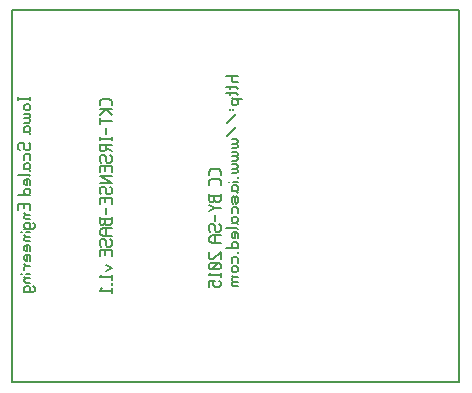
<source format=gbr>
G04 start of page 10 for group -4078 idx -4078 *
G04 Title: (unknown), bottomsilk *
G04 Creator: pcb 20140316 *
G04 CreationDate: Tue 10 May 2016 09:14:39 AM GMT UTC *
G04 For: ndholmes *
G04 Format: Gerber/RS-274X *
G04 PCB-Dimensions (mil): 1500.00 1250.00 *
G04 PCB-Coordinate-Origin: lower left *
%MOIN*%
%FSLAX25Y25*%
%LNBOTTOMSILK*%
%ADD84C,0.0060*%
%ADD83C,0.0080*%
G54D83*X500Y500D02*X149500D01*
Y124500D01*
X500D01*
Y500D01*
G54D84*X71563Y102594D02*X75563D01*
X74063D02*X73563Y102094D01*
Y101094D02*Y102094D01*
Y101094D02*X74063Y100594D01*
X75563D01*
X71563Y98894D02*X75063D01*
X75563Y98394D01*
X73063D02*Y99394D01*
X71563Y96894D02*X75063D01*
X75563Y96394D01*
X73063D02*Y97394D01*
X74063Y94894D02*X77063D01*
X73563Y95394D02*X74063Y94894D01*
X73563Y94394D01*
Y93394D02*Y94394D01*
Y93394D02*X74063Y92894D01*
X75063D01*
X75563Y93394D02*X75063Y92894D01*
X75563Y93394D02*Y94394D01*
X75063Y94894D02*X75563Y94394D01*
X73063Y91194D02*Y91694D01*
X74063Y91194D02*Y91694D01*
X75063Y89994D02*X72063Y86994D01*
X75063Y85794D02*X72063Y82794D01*
X73563Y81594D02*X75063D01*
X75563Y81094D01*
Y80594D02*Y81094D01*
Y80594D02*X75063Y80094D01*
X73563D02*X75063D01*
X75563Y79594D01*
Y79094D02*Y79594D01*
Y79094D02*X75063Y78594D01*
X73563D02*X75063D01*
X73563Y77394D02*X75063D01*
X75563Y76894D01*
Y76394D02*Y76894D01*
Y76394D02*X75063Y75894D01*
X73563D02*X75063D01*
X75563Y75394D01*
Y74894D02*Y75394D01*
Y74894D02*X75063Y74394D01*
X73563D02*X75063D01*
X73563Y73194D02*X75063D01*
X75563Y72694D01*
Y72194D02*Y72694D01*
Y72194D02*X75063Y71694D01*
X73563D02*X75063D01*
X75563Y71194D01*
Y70694D02*Y71194D01*
Y70694D02*X75063Y70194D01*
X73563D02*X75063D01*
X75563Y68494D02*Y68994D01*
X72563Y67294D02*X72663D01*
X74063D02*X75563D01*
X73563Y64794D02*X74063Y64294D01*
X73563Y64794D02*Y65794D01*
X74063Y66294D02*X73563Y65794D01*
X74063Y66294D02*X75063D01*
X75563Y65794D01*
X73563Y64294D02*X75063D01*
X75563Y63794D01*
Y64794D02*Y65794D01*
Y64794D02*X75063Y64294D01*
X75563Y60594D02*Y62094D01*
Y60594D02*X75063Y60094D01*
X74563Y60594D02*X75063Y60094D01*
X74563Y60594D02*Y62094D01*
X74063Y62594D02*X74563Y62094D01*
X74063Y62594D02*X73563Y62094D01*
Y60594D02*Y62094D01*
Y60594D02*X74063Y60094D01*
X75063Y62594D02*X75563Y62094D01*
X73563Y56894D02*Y58394D01*
X74063Y58894D02*X73563Y58394D01*
X74063Y58894D02*X75063D01*
X75563Y58394D01*
Y56894D02*Y58394D01*
X73563Y54194D02*X74063Y53694D01*
X73563Y54194D02*Y55194D01*
X74063Y55694D02*X73563Y55194D01*
X74063Y55694D02*X75063D01*
X75563Y55194D01*
X73563Y53694D02*X75063D01*
X75563Y53194D01*
Y54194D02*Y55194D01*
Y54194D02*X75063Y53694D01*
X71563Y51994D02*X75063D01*
X75563Y51494D01*
Y48494D02*Y49994D01*
X75063Y50494D02*X75563Y49994D01*
X74063Y50494D02*X75063D01*
X74063D02*X73563Y49994D01*
Y48994D02*Y49994D01*
Y48994D02*X74063Y48494D01*
X74563D02*Y50494D01*
X74063Y48494D02*X74563D01*
X71563Y45294D02*X75563D01*
Y45794D02*X75063Y45294D01*
X75563Y45794D02*Y46794D01*
X75063Y47294D02*X75563Y46794D01*
X74063Y47294D02*X75063D01*
X74063D02*X73563Y46794D01*
Y45794D02*Y46794D01*
Y45794D02*X74063Y45294D01*
X75563Y43594D02*Y44094D01*
X73563Y40394D02*Y41894D01*
X74063Y42394D02*X73563Y41894D01*
X74063Y42394D02*X75063D01*
X75563Y41894D01*
Y40394D02*Y41894D01*
X74063Y39194D02*X75063D01*
X74063D02*X73563Y38694D01*
Y37694D02*Y38694D01*
Y37694D02*X74063Y37194D01*
X75063D01*
X75563Y37694D02*X75063Y37194D01*
X75563Y37694D02*Y38694D01*
X75063Y39194D02*X75563Y38694D01*
X74063Y35494D02*X75563D01*
X74063D02*X73563Y34994D01*
Y34494D02*Y34994D01*
Y34494D02*X74063Y33994D01*
X75563D01*
X74063D02*X73563Y33494D01*
Y32994D02*Y33494D01*
Y32994D02*X74063Y32494D01*
X75563D01*
X73563Y35994D02*X74063Y35494D01*
X69921Y69500D02*Y70800D01*
X69221Y71500D02*X69921Y70800D01*
X66621Y71500D02*X69221D01*
X66621D02*X65921Y70800D01*
Y69500D02*Y70800D01*
X69921Y66300D02*Y67600D01*
X69221Y68300D02*X69921Y67600D01*
X66621Y68300D02*X69221D01*
X66621D02*X65921Y67600D01*
Y66300D02*Y67600D01*
X69921Y61300D02*Y63300D01*
Y61300D02*X69421Y60800D01*
X68221D02*X69421D01*
X67721Y61300D02*X68221Y60800D01*
X67721Y61300D02*Y62800D01*
X65921D02*X69921D01*
X65921Y61300D02*Y63300D01*
Y61300D02*X66421Y60800D01*
X67221D01*
X67721Y61300D02*X67221Y60800D01*
X65921Y59600D02*X67921Y58600D01*
X65921Y57600D01*
X67921Y58600D02*X69921D01*
X67921Y54400D02*Y56400D01*
X65921Y51200D02*X66421Y50700D01*
X65921Y51200D02*Y52700D01*
X66421Y53200D02*X65921Y52700D01*
X66421Y53200D02*X67421D01*
X67921Y52700D01*
Y51200D02*Y52700D01*
Y51200D02*X68421Y50700D01*
X69421D01*
X69921Y51200D02*X69421Y50700D01*
X69921Y51200D02*Y52700D01*
X69421Y53200D02*X69921Y52700D01*
X66921Y49500D02*X69921D01*
X66921D02*X65921Y48800D01*
Y47700D02*Y48800D01*
Y47700D02*X66921Y47000D01*
X69921D01*
X67921D02*Y49500D01*
X66421Y44000D02*X65921Y43500D01*
Y42000D02*Y43500D01*
Y42000D02*X66421Y41500D01*
X67421D01*
X69921Y44000D02*X67421Y41500D01*
X69921D02*Y44000D01*
X69421Y40300D02*X69921Y39800D01*
X66421Y40300D02*X69421D01*
X66421D02*X65921Y39800D01*
Y38800D02*Y39800D01*
Y38800D02*X66421Y38300D01*
X69421D01*
X69921Y38800D02*X69421Y38300D01*
X69921Y38800D02*Y39800D01*
X68921Y40300D02*X66921Y38300D01*
X66721Y37100D02*X65921Y36300D01*
X69921D01*
Y35600D02*Y37100D01*
X65921Y32400D02*Y34400D01*
X67921D01*
X67421Y33900D01*
Y32900D02*Y33900D01*
Y32900D02*X67921Y32400D01*
X69421D01*
X69921Y32900D02*X69421Y32400D01*
X69921Y32900D02*Y33900D01*
X69421Y34400D02*X69921Y33900D01*
X2500Y94500D02*Y95500D01*
Y95000D02*X6500D01*
Y94500D02*Y95500D01*
X5000Y93300D02*X6000D01*
X5000D02*X4500Y92800D01*
Y91800D02*Y92800D01*
Y91800D02*X5000Y91300D01*
X6000D01*
X6500Y91800D02*X6000Y91300D01*
X6500Y91800D02*Y92800D01*
X6000Y93300D02*X6500Y92800D01*
X4500Y90100D02*X6000D01*
X6500Y89600D01*
Y89100D02*Y89600D01*
Y89100D02*X6000Y88600D01*
X4500D02*X6000D01*
X6500Y88100D01*
Y87600D02*Y88100D01*
Y87600D02*X6000Y87100D01*
X4500D02*X6000D01*
X4500Y84400D02*X5000Y83900D01*
X4500Y84400D02*Y85400D01*
X5000Y85900D02*X4500Y85400D01*
X5000Y85900D02*X6000D01*
X6500Y85400D01*
X4500Y83900D02*X6000D01*
X6500Y83400D01*
Y84400D02*Y85400D01*
Y84400D02*X6000Y83900D01*
X2500Y78400D02*X3000Y77900D01*
X2500Y78400D02*Y79900D01*
X3000Y80400D02*X2500Y79900D01*
X3000Y80400D02*X4000D01*
X4500Y79900D01*
Y78400D02*Y79900D01*
Y78400D02*X5000Y77900D01*
X6000D01*
X6500Y78400D02*X6000Y77900D01*
X6500Y78400D02*Y79900D01*
X6000Y80400D02*X6500Y79900D01*
X4500Y74700D02*Y76200D01*
X5000Y76700D02*X4500Y76200D01*
X5000Y76700D02*X6000D01*
X6500Y76200D01*
Y74700D02*Y76200D01*
X4500Y72000D02*X5000Y71500D01*
X4500Y72000D02*Y73000D01*
X5000Y73500D02*X4500Y73000D01*
X5000Y73500D02*X6000D01*
X6500Y73000D01*
X4500Y71500D02*X6000D01*
X6500Y71000D01*
Y72000D02*Y73000D01*
Y72000D02*X6000Y71500D01*
X2500Y69800D02*X6000D01*
X6500Y69300D01*
Y66300D02*Y67800D01*
X6000Y68300D02*X6500Y67800D01*
X5000Y68300D02*X6000D01*
X5000D02*X4500Y67800D01*
Y66800D02*Y67800D01*
Y66800D02*X5000Y66300D01*
X5500D02*Y68300D01*
X5000Y66300D02*X5500D01*
X2500Y63100D02*X6500D01*
Y63600D02*X6000Y63100D01*
X6500Y63600D02*Y64600D01*
X6000Y65100D02*X6500Y64600D01*
X5000Y65100D02*X6000D01*
X5000D02*X4500Y64600D01*
Y63600D02*Y64600D01*
Y63600D02*X5000Y63100D01*
X4300Y58600D02*Y60100D01*
X6500Y58100D02*Y60100D01*
X2500D02*X6500D01*
X2500Y58100D02*Y60100D01*
X5000Y56400D02*X6500D01*
X5000D02*X4500Y55900D01*
Y55400D02*Y55900D01*
Y55400D02*X5000Y54900D01*
X6500D01*
X4500Y56900D02*X5000Y56400D01*
X4500Y52200D02*X5000Y51700D01*
X4500Y52200D02*Y53200D01*
X5000Y53700D02*X4500Y53200D01*
X5000Y53700D02*X6000D01*
X6500Y53200D01*
Y52200D02*Y53200D01*
Y52200D02*X6000Y51700D01*
X7500Y53700D02*X8000Y53200D01*
Y52200D02*Y53200D01*
Y52200D02*X7500Y51700D01*
X4500D02*X7500D01*
X3500Y50500D02*X3600D01*
X5000D02*X6500D01*
X5000Y49000D02*X6500D01*
X5000D02*X4500Y48500D01*
Y48000D02*Y48500D01*
Y48000D02*X5000Y47500D01*
X6500D01*
X4500Y49500D02*X5000Y49000D01*
X6500Y44300D02*Y45800D01*
X6000Y46300D02*X6500Y45800D01*
X5000Y46300D02*X6000D01*
X5000D02*X4500Y45800D01*
Y44800D02*Y45800D01*
Y44800D02*X5000Y44300D01*
X5500D02*Y46300D01*
X5000Y44300D02*X5500D01*
X6500Y41100D02*Y42600D01*
X6000Y43100D02*X6500Y42600D01*
X5000Y43100D02*X6000D01*
X5000D02*X4500Y42600D01*
Y41600D02*Y42600D01*
Y41600D02*X5000Y41100D01*
X5500D02*Y43100D01*
X5000Y41100D02*X5500D01*
X5000Y39400D02*X6500D01*
X5000D02*X4500Y38900D01*
Y37900D02*Y38900D01*
Y39900D02*X5000Y39400D01*
X3500Y36700D02*X3600D01*
X5000D02*X6500D01*
X5000Y35200D02*X6500D01*
X5000D02*X4500Y34700D01*
Y34200D02*Y34700D01*
Y34200D02*X5000Y33700D01*
X6500D01*
X4500Y35700D02*X5000Y35200D01*
X4500Y31000D02*X5000Y30500D01*
X4500Y31000D02*Y32000D01*
X5000Y32500D02*X4500Y32000D01*
X5000Y32500D02*X6000D01*
X6500Y32000D01*
Y31000D02*Y32000D01*
Y31000D02*X6000Y30500D01*
X7500Y32500D02*X8000Y32000D01*
Y31000D02*Y32000D01*
Y31000D02*X7500Y30500D01*
X4500D02*X7500D01*
X33532Y92999D02*Y94299D01*
X32832Y94999D02*X33532Y94299D01*
X30232Y94999D02*X32832D01*
X30232D02*X29532Y94299D01*
Y92999D02*Y94299D01*
Y91799D02*X33532D01*
X31532D02*X29532Y89799D01*
X31532Y91799D02*X33532Y89799D01*
X29532Y86599D02*Y88599D01*
Y87599D02*X33532D01*
X31532Y83399D02*Y85399D01*
X29532Y81199D02*Y82199D01*
Y81699D02*X33532D01*
Y81199D02*Y82199D01*
X29532Y77999D02*Y79999D01*
Y77999D02*X30032Y77499D01*
X31032D01*
X31532Y77999D02*X31032Y77499D01*
X31532Y77999D02*Y79499D01*
X29532D02*X33532D01*
X31532Y78699D02*X33532Y77499D01*
X29532Y74299D02*X30032Y73799D01*
X29532Y74299D02*Y75799D01*
X30032Y76299D02*X29532Y75799D01*
X30032Y76299D02*X31032D01*
X31532Y75799D01*
Y74299D02*Y75799D01*
Y74299D02*X32032Y73799D01*
X33032D01*
X33532Y74299D02*X33032Y73799D01*
X33532Y74299D02*Y75799D01*
X33032Y76299D02*X33532Y75799D01*
X31332Y71099D02*Y72599D01*
X33532Y70599D02*Y72599D01*
X29532D02*X33532D01*
X29532Y70599D02*Y72599D01*
Y69399D02*X33532D01*
X29532D02*X33532Y66899D01*
X29532D02*X33532D01*
X29532Y63699D02*X30032Y63199D01*
X29532Y63699D02*Y65199D01*
X30032Y65699D02*X29532Y65199D01*
X30032Y65699D02*X31032D01*
X31532Y65199D01*
Y63699D02*Y65199D01*
Y63699D02*X32032Y63199D01*
X33032D01*
X33532Y63699D02*X33032Y63199D01*
X33532Y63699D02*Y65199D01*
X33032Y65699D02*X33532Y65199D01*
X31332Y60499D02*Y61999D01*
X33532Y59999D02*Y61999D01*
X29532D02*X33532D01*
X29532Y59999D02*Y61999D01*
X31532Y56799D02*Y58799D01*
X33532Y53599D02*Y55599D01*
Y53599D02*X33032Y53099D01*
X31832D02*X33032D01*
X31332Y53599D02*X31832Y53099D01*
X31332Y53599D02*Y55099D01*
X29532D02*X33532D01*
X29532Y53599D02*Y55599D01*
Y53599D02*X30032Y53099D01*
X30832D01*
X31332Y53599D02*X30832Y53099D01*
X30532Y51899D02*X33532D01*
X30532D02*X29532Y51199D01*
Y50099D02*Y51199D01*
Y50099D02*X30532Y49399D01*
X33532D01*
X31532D02*Y51899D01*
X29532Y46199D02*X30032Y45699D01*
X29532Y46199D02*Y47699D01*
X30032Y48199D02*X29532Y47699D01*
X30032Y48199D02*X31032D01*
X31532Y47699D01*
Y46199D02*Y47699D01*
Y46199D02*X32032Y45699D01*
X33032D01*
X33532Y46199D02*X33032Y45699D01*
X33532Y46199D02*Y47699D01*
X33032Y48199D02*X33532Y47699D01*
X31332Y42999D02*Y44499D01*
X33532Y42499D02*Y44499D01*
X29532D02*X33532D01*
X29532Y42499D02*Y44499D01*
X31532Y39499D02*X33532Y38499D01*
X31532Y37499D02*X33532Y38499D01*
X30332Y36299D02*X29532Y35499D01*
X33532D01*
Y34799D02*Y36299D01*
Y33099D02*Y33599D01*
X30332Y31899D02*X29532Y31099D01*
X33532D01*
Y30399D02*Y31899D01*
M02*

</source>
